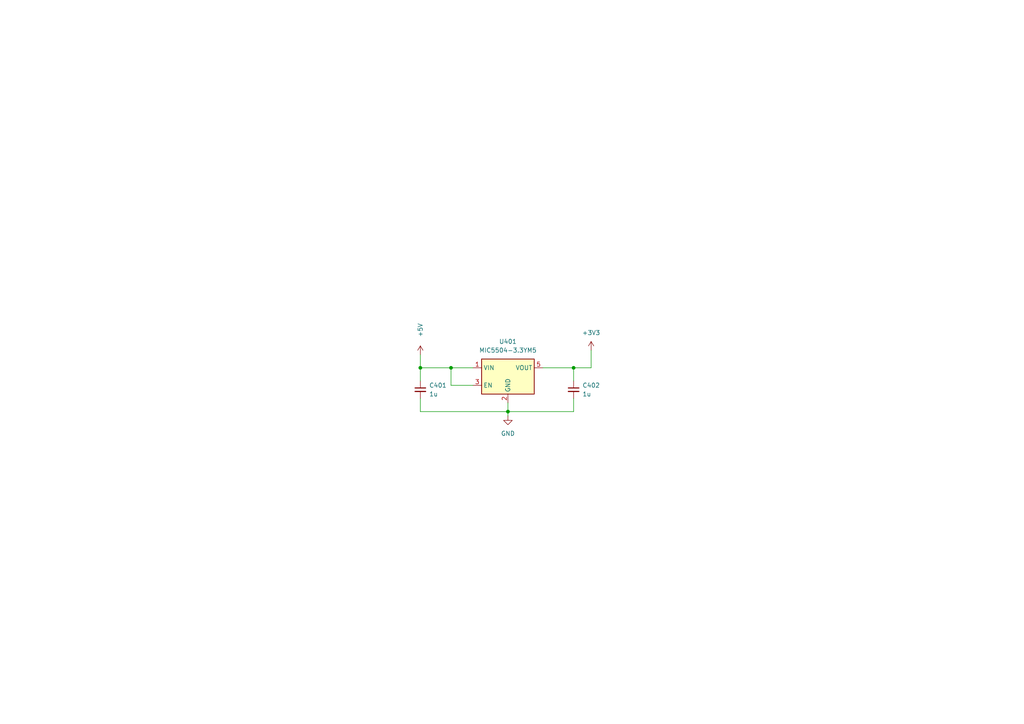
<source format=kicad_sch>
(kicad_sch (version 20231120) (generator "eeschema") (generator_version "8.0")
  (paper "A4")
  (lib_symbols
    (symbol "Device:C_Small" (pin_numbers hide) (pin_names (offset 0.254) hide)
      (property "Reference" "C" (at 0.254 1.778 0))
      (property "Value" "C_Small" (at 0.254 -2.032 0))
      (symbol "C_Small_0_1"
        (polyline (pts (xy -1.524 -0.508) (xy 1.524 -0.508)) (stroke (width 0.3302)))
        (polyline (pts (xy -1.524 0.508) (xy 1.524 0.508)) (stroke (width 0.3048)))
      )
      (symbol "C_Small_1_1"
        (pin passive line (at 0 2.54 270) (length 2.032) (name "~") (number "1"))
        (pin passive line (at 0 -2.54 90) (length 2.032) (name "~") (number "2"))
      )
    )
    (symbol "Regulator_Linear:MIC5504-3.3YM5"
      (property "Reference" "U" (at -7.62 8.89 0))
      (property "Value" "MIC5504-3.3YM5" (at -7.62 6.35 0))
      (symbol "MIC5504-3.3YM5_0_1"
        (rectangle (start -7.62 -5.08) (end 7.62 5.08) (stroke (width 0.254)) (fill (type background)))
      )
      (symbol "MIC5504-3.3YM5_1_1"
        (pin power_in line (at -10.16 2.54 0) (length 2.54) (name "VIN") (number "1"))
        (pin power_in line (at 0 -7.62 90) (length 2.54) (name "GND") (number "2"))
        (pin input line (at -10.16 -2.54 0) (length 2.54) (name "EN") (number "3"))
        (pin no_connect line (at 7.62 -2.54 180) (length 2.54) hide (name "NC") (number "4"))
        (pin power_out line (at 10.16 2.54 180) (length 2.54) (name "VOUT") (number "5"))
      )
    )
    (symbol "power:+3V3" (power) (pin_names (offset 0))
      (property "Value" "+3V3" (at 0 3.556 0))
      (symbol "+3V3_0_1"
        (polyline (pts (xy -0.762 1.27) (xy 0 2.54)))
        (polyline (pts (xy 0 0) (xy 0 2.54)))
        (polyline (pts (xy 0 2.54) (xy 0.762 1.27)))
      )
      (symbol "+3V3_1_1"
        (pin power_in line (at 0 0 90) (length 0) hide (name "+3V3") (number "1"))
      )
    )
    (symbol "power:+5V" (power) (pin_names (offset 0))
      (property "Value" "+5V" (at 0 3.556 0))
      (symbol "+5V_0_1"
        (polyline (pts (xy -0.762 1.27) (xy 0 2.54)))
        (polyline (pts (xy 0 0) (xy 0 2.54)))
        (polyline (pts (xy 0 2.54) (xy 0.762 1.27)))
      )
      (symbol "+5V_1_1"
        (pin power_in line (at 0 0 90) (length 0) hide (name "+5V") (number "1"))
      )
    )
    (symbol "power:GND" (power) (pin_names (offset 0))
      (property "Value" "GND" (at 0 -3.81 0))
      (symbol "GND_0_1"
        (polyline (pts (xy 0 0) (xy 0 -1.27) (xy 1.27 -1.27) (xy 0 -2.54) (xy -1.27 -1.27) (xy 0 -1.27)))
      )
      (symbol "GND_1_1"
        (pin power_in line (at 0 0 270) (length 0) hide (name "GND") (number "1"))
      )
    )
  )
  (junction (at 147.32 119.38))
  (junction (at 166.37 106.68))
  (junction (at 121.92 106.68))
  (junction (at 130.81 106.68))
  (wire (pts (xy 166.37 119.38) (xy 147.32 119.38)))
  (wire (pts (xy 171.45 101.6) (xy 171.45 106.68)))
  (wire (pts (xy 121.92 102.87) (xy 121.92 106.68)))
  (wire (pts (xy 166.37 106.68) (xy 157.48 106.68)))
  (wire (pts (xy 121.92 110.49) (xy 121.92 106.68)))
  (wire (pts (xy 171.45 106.68) (xy 166.37 106.68)))
  (wire (pts (xy 121.92 115.57) (xy 121.92 119.38)))
  (wire (pts (xy 137.16 111.76) (xy 130.81 111.76)))
  (wire (pts (xy 130.81 111.76) (xy 130.81 106.68)))
  (wire (pts (xy 121.92 119.38) (xy 147.32 119.38)))
  (wire (pts (xy 147.32 119.38) (xy 147.32 120.65)))
  (wire (pts (xy 121.92 106.68) (xy 130.81 106.68)))
  (wire (pts (xy 166.37 115.57) (xy 166.37 119.38)))
  (wire (pts (xy 147.32 116.84) (xy 147.32 119.38)))
  (wire (pts (xy 130.81 106.68) (xy 137.16 106.68)))
  (wire (pts (xy 166.37 110.49) (xy 166.37 106.68)))
  (symbol (lib_id "power:+3V3") (at 171.45 101.6 0) (unit 1)
    (property "Reference" "#PWR0403" (effects (hide yes)))
    (property "Value" "+3V3" (at 171.45 96.52 0))
  )
  (symbol (lib_id "Device:C_Small") (at 166.37 113.03 0) (unit 1)
    (property "Reference" "C402" (at 168.91 111.7663 0) (effects (justify left)))
    (property "Value" "1u" (at 168.91 114.3063 0) (effects (justify left)))
    (property "Footprint" "Capacitor_SMD:C_0402_1005Metric_Pad0.74x0.62mm_HandSolder" (effects (hide yes)))
  )
  (symbol (lib_id "power:GND") (at 147.32 120.65 0) (unit 1)
    (property "Reference" "#PWR0402" (effects (hide yes)))
    (property "Value" "GND" (at 147.32 125.73 0))
  )
  (symbol (lib_id "Device:C_Small") (at 121.92 113.03 0) (unit 1)
    (property "Reference" "C401" (at 124.46 111.7663 0) (effects (justify left)))
    (property "Value" "1u" (at 124.46 114.3063 0) (effects (justify left)))
    (property "Footprint" "Capacitor_SMD:C_0402_1005Metric_Pad0.74x0.62mm_HandSolder" (effects (hide yes)))
  )
  (symbol (lib_id "Regulator_Linear:MIC5504-3.3YM5") (at 147.32 109.22 0) (unit 1)
    (property "Reference" "U401" (at 147.32 99.06 0))
    (property "Value" "MIC5504-3.3YM5" (at 147.32 101.6 0))
    (property "Footprint" "Package_TO_SOT_SMD:SOT-23-5" (effects (hide yes)))
    (property "Datasheet" "http://ww1.microchip.com/downloads/en/DeviceDoc/MIC550X.pdf" (effects (hide yes)))
  )
  (symbol (lib_id "power:+5V") (at 121.92 102.87 0) (unit 1)
    (property "Reference" "#PWR0401" (effects (hide yes)))
    (property "Value" "+5V" (at 121.92 97.79 90) (effects (justify left)))
  )
)
</source>
